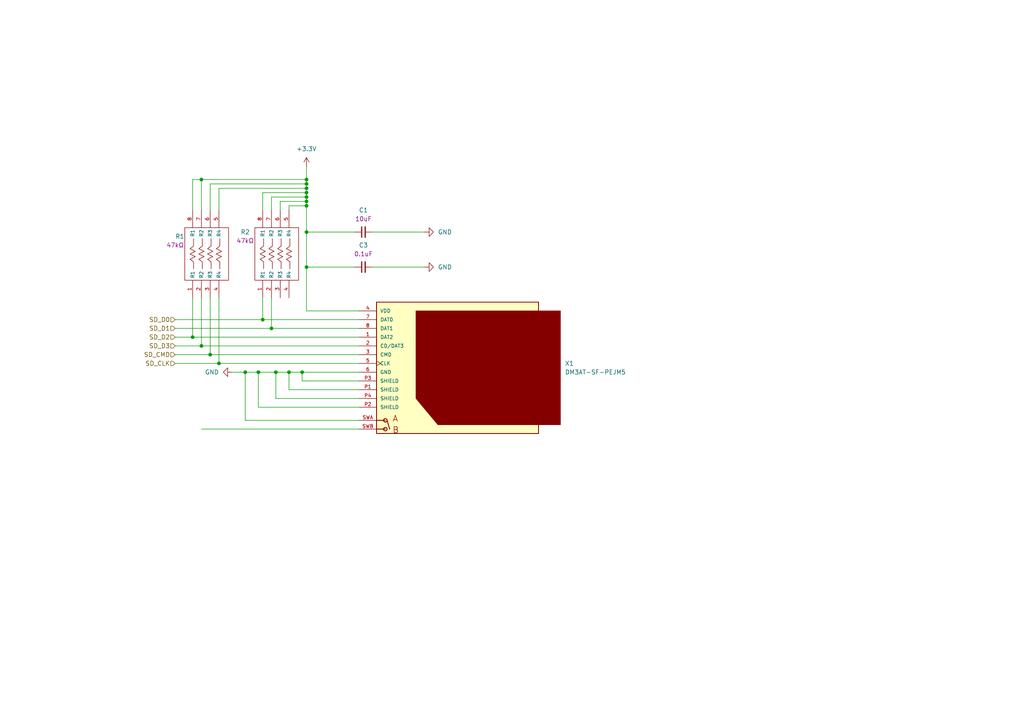
<source format=kicad_sch>
(kicad_sch (version 20230121) (generator eeschema)
  (paper "A4")
  (lib_symbols
    (symbol "downloaded_parts:CL21A106KOQNNNE" (pin_numbers hide) (pin_names (offset 0.254) hide)
      (property "Reference" "C" (at 2.794 1.778 0))
      (property "Capacitance" "10uF" (at 5.08 0 0))
      (symbol "CL21A106KOQNNNE_0_1"
        (polyline (pts (xy -1.524 -0.508) (xy 1.524 -0.508)) (stroke (width 0.3302)))
        (polyline (pts (xy -1.524 0.508) (xy 1.524 0.508)) (stroke (width 0.3048)))
      )
      (symbol "CL21A106KOQNNNE_1_1"
        (pin passive line (at 0 2.54 270) (length 2.032) (name "~") (number "1"))
        (pin passive line (at 0 -2.54 90) (length 2.032) (name "~") (number "2"))
      )
    )
    (symbol "downloaded_parts:CL21B104KBCNNNC" (pin_numbers hide) (pin_names (offset 0.254) hide)
      (property "Reference" "C" (at 2.794 1.778 0))
      (property "Capacitance" "0.1uF" (at 5.08 0 0))
      (symbol "CL21B104KBCNNNC_0_1"
        (polyline (pts (xy -1.524 -0.508) (xy 1.524 -0.508)) (stroke (width 0.3302)))
        (polyline (pts (xy -1.524 0.508) (xy 1.524 0.508)) (stroke (width 0.3048)))
      )
      (symbol "CL21B104KBCNNNC_1_1"
        (pin passive line (at 0 2.54 270) (length 2.032) (name "~") (number "1"))
        (pin passive line (at 0 -2.54 90) (length 2.032) (name "~") (number "2"))
      )
    )
    (symbol "downloaded_parts:DM3AT-SF-PEJM5" (pin_names (offset 1.016))
      (property "Reference" "X" (at -7.62 18.3148 0))
      (property "Value" "DM3AT-SF-PEJM5" (at -7.62 -22.86 0))
      (symbol "DM3AT-SF-PEJM5_0_0"
        (circle (center -5.08 -19.05) (radius 0.508) (stroke (width 0.254)))
        (circle (center -5.08 -16.51) (radius 0.508) (stroke (width 0.254)))
        (polyline (pts (xy -7.62 -19.05) (xy -5.08 -19.05)) (stroke (width 0.254)))
        (polyline (pts (xy -7.62 -16.51) (xy -5.08 -16.51)) (stroke (width 0.254)))
        (polyline (pts (xy -4.572 -16.51) (xy -3.81 -19.05)) (stroke (width 0.254)))
        (text "A" (at -3.048 -17.018 0) (effects (font (size 1.778 1.778)) (justify left bottom)))
        (text "B" (at -3.048 -20.32 0) (effects (font (size 1.778 1.778)) (justify left bottom)))
        (pin bidirectional line (at -12.7 7.62 0) (length 5.08) (name "DAT2") (number "1"))
        (pin bidirectional line (at -12.7 5.08 0) (length 5.08) (name "CD/DAT3") (number "2"))
        (pin bidirectional line (at -12.7 2.54 0) (length 5.08) (name "CMD") (number "3"))
        (pin power_in line (at -12.7 15.24 0) (length 5.08) (name "VDD") (number "4"))
        (pin bidirectional clock (at -12.7 0 0) (length 5.08) (name "CLK") (number "5"))
        (pin bidirectional line (at -12.7 12.7 0) (length 5.08) (name "DAT0") (number "7"))
        (pin bidirectional line (at -12.7 10.16 0) (length 5.08) (name "DAT1") (number "8"))
        (pin passive line (at -12.7 -7.62 0) (length 5.08) (name "SHIELD") (number "P1"))
        (pin passive line (at -12.7 -12.7 0) (length 5.08) (name "SHIELD") (number "P2"))
        (pin passive line (at -12.7 -5.08 0) (length 5.08) (name "SHIELD") (number "P3"))
        (pin passive line (at -12.7 -10.16 0) (length 5.08) (name "SHIELD") (number "P4"))
        (pin bidirectional line (at -12.7 -16.51 0) (length 5.08) (name "~") (number "SWA"))
        (pin bidirectional line (at -12.7 -19.05 0) (length 5.08) (name "~") (number "SWB"))
      )
      (symbol "DM3AT-SF-PEJM5_1_0"
        (rectangle (start -7.62 17.78) (end 39.37 -20.32) (stroke (width 0.254)) (fill (type background)))
        (pin power_in line (at -12.7 -2.54 0) (length 5.08) (name "GND") (number "6"))
      )
      (symbol "DM3AT-SF-PEJM5_1_1"
        (polyline (pts (xy 3.81 15.24) (xy 45.72 15.24) (xy 45.72 -17.78) (xy 10.16 -17.78) (xy 3.81 -10.16) (xy 3.81 15.24)) (fill (type outline)))
      )
    )
    (symbol "downloaded_parts:YC124-JR-0747KL"
      (property "Reference" "R" (at -6.35 7.366 0))
      (property "Resistance" "47kΩ" (at 0 -8.382 0))
      (symbol "YC124-JR-0747KL_0_1"
        (rectangle (start -7.62 6.096) (end 7.62 -6.604))
        (polyline (pts (xy -4.318 -4.064) (xy -2.286 -4.064) (xy -1.524 -3.048) (xy -0.762 -4.572) (xy 0 -3.048) (xy 0.762 -4.572) (xy 1.524 -3.048) (xy 2.286 -4.064) (xy 4.445 -4.064)))
        (polyline (pts (xy -4.318 -1.524) (xy -2.286 -1.524) (xy -1.524 -0.508) (xy -0.762 -2.032) (xy 0 -0.508) (xy 0.762 -2.032) (xy 1.524 -0.508) (xy 2.286 -1.524) (xy 4.445 -1.524)))
        (polyline (pts (xy -4.318 1.016) (xy -2.286 1.016) (xy -1.524 2.032) (xy -0.762 0.508) (xy 0 2.032) (xy 0.762 0.508) (xy 1.524 2.032) (xy 2.286 1.016) (xy 4.445 1.016)))
        (polyline (pts (xy -4.318 3.556) (xy -2.286 3.556) (xy -1.524 4.572) (xy -0.762 3.048) (xy 0 4.572) (xy 0.762 3.048) (xy 1.524 4.572) (xy 2.286 3.556) (xy 4.445 3.556)))
      )
      (symbol "YC124-JR-0747KL_1_0"
        (pin bidirectional line (at -12.7 3.81 0) (length 5.08) (name "R1") (number "1"))
        (pin bidirectional line (at -12.7 1.27 0) (length 5.08) (name "R2") (number "2"))
        (pin bidirectional line (at -12.7 -1.27 0) (length 5.08) (name "R3") (number "3"))
        (pin bidirectional line (at -12.7 -3.81 0) (length 5.08) (name "R4") (number "4"))
        (pin bidirectional line (at 12.7 -3.81 180) (length 5.08) (name "R4") (number "5"))
        (pin bidirectional line (at 12.7 -1.27 180) (length 5.08) (name "R3") (number "6"))
        (pin bidirectional line (at 12.7 1.27 180) (length 5.08) (name "R2") (number "7"))
        (pin bidirectional line (at 12.7 3.81 180) (length 5.08) (name "R1") (number "8"))
      )
    )
    (symbol "power:+3.3V" (power) (pin_names (offset 0))
      (property "Value" "+3.3V" (at 0 3.556 0))
      (symbol "+3.3V_0_1"
        (polyline (pts (xy -0.762 1.27) (xy 0 2.54)))
        (polyline (pts (xy 0 0) (xy 0 2.54)))
        (polyline (pts (xy 0 2.54) (xy 0.762 1.27)))
      )
      (symbol "+3.3V_1_1"
        (pin power_in line (at 0 0 90) (length 0) hide (name "+3.3V") (number "1"))
      )
    )
    (symbol "power:GND" (power) (pin_names (offset 0))
      (property "Value" "GND" (at 0 -3.81 0))
      (symbol "GND_0_1"
        (polyline (pts (xy 0 0) (xy 0 -1.27) (xy 1.27 -1.27) (xy 0 -2.54) (xy -1.27 -1.27) (xy 0 -1.27)))
      )
      (symbol "GND_1_1"
        (pin power_in line (at 0 0 270) (length 0) hide (name "GND") (number "1"))
      )
    )
  )
  (junction (at 88.9 77.47))
  (junction (at 88.9 55.88))
  (junction (at 60.96 102.87))
  (junction (at 88.9 53.34))
  (junction (at 88.9 59.69))
  (junction (at 83.82 107.95))
  (junction (at 80.01 107.95))
  (junction (at 71.12 107.95))
  (junction (at 74.93 107.95))
  (junction (at 88.9 54.61))
  (junction (at 63.5 105.41))
  (junction (at 88.9 58.42))
  (junction (at 88.9 52.07))
  (junction (at 88.9 67.31))
  (junction (at 58.42 52.07))
  (junction (at 76.2 92.71))
  (junction (at 88.9 57.15))
  (junction (at 78.74 95.25))
  (junction (at 87.63 107.95))
  (junction (at 55.88 97.79))
  (junction (at 58.42 100.33))
  (wire (pts (xy 63.5 54.61) (xy 88.9 54.61)))
  (wire (pts (xy 76.2 86.36) (xy 76.2 92.71)))
  (wire (pts (xy 78.74 57.15) (xy 88.9 57.15)))
  (wire (pts (xy 55.88 97.79) (xy 104.14 97.79)))
  (wire (pts (xy 81.28 60.96) (xy 81.28 58.42)))
  (wire (pts (xy 88.9 67.31) (xy 102.87 67.31)))
  (wire (pts (xy 107.95 77.47) (xy 123.19 77.47)))
  (wire (pts (xy 58.42 60.96) (xy 58.42 52.07)))
  (wire (pts (xy 60.96 53.34) (xy 88.9 53.34)))
  (wire (pts (xy 63.5 60.96) (xy 63.5 54.61)))
  (wire (pts (xy 88.9 54.61) (xy 88.9 53.34)))
  (wire (pts (xy 88.9 90.17) (xy 104.14 90.17)))
  (wire (pts (xy 58.42 86.36) (xy 58.42 100.33)))
  (wire (pts (xy 63.5 105.41) (xy 104.14 105.41)))
  (wire (pts (xy 83.82 59.69) (xy 88.9 59.69)))
  (wire (pts (xy 76.2 55.88) (xy 88.9 55.88)))
  (wire (pts (xy 76.2 92.71) (xy 104.14 92.71)))
  (wire (pts (xy 58.42 52.07) (xy 88.9 52.07)))
  (wire (pts (xy 88.9 59.69) (xy 88.9 58.42)))
  (wire (pts (xy 80.01 115.57) (xy 80.01 107.95)))
  (wire (pts (xy 88.9 90.17) (xy 88.9 77.47)))
  (wire (pts (xy 71.12 107.95) (xy 74.93 107.95)))
  (wire (pts (xy 50.8 97.79) (xy 55.88 97.79)))
  (wire (pts (xy 60.96 86.36) (xy 60.96 102.87)))
  (wire (pts (xy 74.93 118.11) (xy 74.93 107.95)))
  (wire (pts (xy 63.5 86.36) (xy 63.5 105.41)))
  (wire (pts (xy 50.8 100.33) (xy 58.42 100.33)))
  (wire (pts (xy 88.9 57.15) (xy 88.9 55.88)))
  (wire (pts (xy 78.74 95.25) (xy 104.14 95.25)))
  (wire (pts (xy 104.14 110.49) (xy 87.63 110.49)))
  (wire (pts (xy 55.88 52.07) (xy 58.42 52.07)))
  (wire (pts (xy 88.9 55.88) (xy 88.9 54.61)))
  (wire (pts (xy 60.96 60.96) (xy 60.96 53.34)))
  (wire (pts (xy 60.96 102.87) (xy 104.14 102.87)))
  (wire (pts (xy 83.82 113.03) (xy 83.82 107.95)))
  (wire (pts (xy 81.28 58.42) (xy 88.9 58.42)))
  (wire (pts (xy 104.14 124.46) (xy 58.42 124.46)))
  (wire (pts (xy 107.95 67.31) (xy 123.19 67.31)))
  (wire (pts (xy 76.2 60.96) (xy 76.2 55.88)))
  (wire (pts (xy 83.82 107.95) (xy 87.63 107.95)))
  (wire (pts (xy 58.42 100.33) (xy 104.14 100.33)))
  (wire (pts (xy 88.9 67.31) (xy 88.9 59.69)))
  (wire (pts (xy 74.93 118.11) (xy 104.14 118.11)))
  (wire (pts (xy 87.63 107.95) (xy 87.63 110.49)))
  (wire (pts (xy 88.9 52.07) (xy 88.9 48.26)))
  (wire (pts (xy 80.01 107.95) (xy 83.82 107.95)))
  (wire (pts (xy 88.9 58.42) (xy 88.9 57.15)))
  (wire (pts (xy 50.8 102.87) (xy 60.96 102.87)))
  (wire (pts (xy 83.82 60.96) (xy 83.82 59.69)))
  (wire (pts (xy 67.31 107.95) (xy 71.12 107.95)))
  (wire (pts (xy 87.63 107.95) (xy 104.14 107.95)))
  (wire (pts (xy 80.01 115.57) (xy 104.14 115.57)))
  (wire (pts (xy 50.8 92.71) (xy 76.2 92.71)))
  (wire (pts (xy 88.9 77.47) (xy 88.9 67.31)))
  (wire (pts (xy 83.82 113.03) (xy 104.14 113.03)))
  (wire (pts (xy 74.93 107.95) (xy 80.01 107.95)))
  (wire (pts (xy 50.8 105.41) (xy 63.5 105.41)))
  (wire (pts (xy 50.8 95.25) (xy 78.74 95.25)))
  (wire (pts (xy 88.9 77.47) (xy 102.87 77.47)))
  (wire (pts (xy 88.9 53.34) (xy 88.9 52.07)))
  (wire (pts (xy 78.74 60.96) (xy 78.74 57.15)))
  (wire (pts (xy 71.12 121.92) (xy 71.12 107.95)))
  (wire (pts (xy 78.74 86.36) (xy 78.74 95.25)))
  (wire (pts (xy 55.88 52.07) (xy 55.88 60.96)))
  (wire (pts (xy 55.88 86.36) (xy 55.88 97.79)))
  (wire (pts (xy 104.14 121.92) (xy 71.12 121.92)))
  (hierarchical_label "SD_CMD" (shape input) (at 50.8 102.87 180))
  (hierarchical_label "SD_CLK" (shape input) (at 50.8 105.41 180))
  (hierarchical_label "SD_D3" (shape input) (at 50.8 100.33 180))
  (hierarchical_label "SD_D1" (shape input) (at 50.8 95.25 180))
  (hierarchical_label "SD_D2" (shape input) (at 50.8 97.79 180))
  (hierarchical_label "SD_D0" (shape input) (at 50.8 92.71 180))
  (symbol (lib_id "downloaded_parts:YC124-JR-0747KL") (at 59.69 73.66 90) (unit 1)
    (property "Reference" "R1" (at 50.8 68.58 90) (effects (justify right)))
    (property "Value" "YC124-JR-0747KL" (effects hide))
    (property "Footprint" "dowloaded_parts:Resistor_Array_0805_x4" (effects hide))
    (property "Datasheet" "https://www.yageo.com/upload/media/product/productsearch/datasheet/rchip/PYu-YC_TC_group_51_RoHS_L_9.pdf" (effects hide))
    (property "Resistance" "47kΩ" (at 48.26 71.12 90) (effects (justify right)))
    (instances (project "esp32s3-microsd-devkit" (path "" (reference "R1") (unit 1))) (project "el-p" (path "" (reference "R4") (unit 1))))
  )
  (symbol (lib_id "downloaded_parts:YC124-JR-0747KL") (at 80.01 73.66 90) (unit 1)
    (property "Reference" "R2" (at 71.12 67.31 90))
    (property "Value" "YC124-JR-0747KL" (effects hide))
    (property "Footprint" "dowloaded_parts:Resistor_Array_0805_x4" (effects hide))
    (property "Datasheet" "https://www.yageo.com/upload/media/product/productsearch/datasheet/rchip/PYu-YC_TC_group_51_RoHS_L_9.pdf" (effects hide))
    (property "Resistance" "47kΩ" (at 71.12 69.85 90))
    (instances (project "esp32s3-microsd-devkit" (path "" (reference "R2") (unit 1))) (project "el-p" (path "" (reference "R3") (unit 1))))
  )
  (symbol (lib_id "downloaded_parts:CL21A106KOQNNNE") (at 105.41 67.31 90) (unit 1)
    (property "Reference" "C1" (at 105.4163 60.96 90))
    (property "Value" "CL21A106KOQNNNE" (effects hide))
    (property "Footprint" "dowloaded_parts:0805_cap" (effects hide))
    (property "Datasheet" "https://media.digikey.com/pdf/Data%20Sheets/Samsung%20PDFs/CL21A106KOQNNNE_Spec.pdf" (effects hide))
    (property "Capacitance" "10uF" (at 105.4163 63.5 90))
    (property "Tolerance" "20%" (effects hide))
    (property "Voltage" "16v" (effects hide))
    (instances (project "esp32s3-microsd-devkit" (path "" (reference "C1") (unit 1))) (project "el-p" (path "" (reference "C5") (unit 1))))
  )
  (symbol (lib_id "downloaded_parts:DM3AT-SF-PEJM5") (at 116.84 105.41 0) (unit 1)
    (property "Reference" "X1" (at 163.83 105.41 0) (effects (justify left)))
    (property "Value" "DM3AT-SF-PEJM5" (at 163.83 107.95 0) (effects (justify left)))
    (property "Footprint" "dowloaded_parts:DM3AT-SF-PEJM5" (effects hide))
    (property "Datasheet" "https://www.hirose.com/product/document?clcode=CL0609-0033-6-00&productname=DM3AT-SF-PEJ2M5&series=DM3&documenttype=Catalog&lang=en&documentid=D49662_en" (effects hide))
    (property "MF" "Hirose" (effects hide))
    (property "DESCRIPTION" "DM3 RA SMT microSD memory card push/push" (effects hide))
    (property "PACKAGE" "None" (effects hide))
    (property "PRICE" "None" (effects hide))
    (property "MP" "DM3AT-SF-PEJM5" (effects hide))
    (property "AVAILABILITY" "Unavailable" (effects hide))
  )
  (symbol (lib_id "power:GND") (at 67.31 107.95 270) (unit 1)
    (property "Reference" "#PWR01" (effects hide))
    (property "Value" "GND" (at 63.5 107.95 90) (effects (justify right)))
    (instances (project "esp32s3-microsd-devkit" (path "" (reference "#PWR01") (unit 1))) (project "el-p" (path "" (reference "#PWR014") (unit 1))))
  )
  (symbol (lib_id "power:+3.3V") (at 88.9 48.26 0) (unit 1)
    (property "Reference" "#PWR02" (effects hide))
    (property "Value" "+3.3V" (at 88.9 43.18 0))
    (instances (project "esp32s3-microsd-devkit" (path "" (reference "#PWR02") (unit 1))) (project "el-p" (path "" (reference "#PWR013") (unit 1))))
  )
  (symbol (lib_id "power:GND") (at 123.19 67.31 90) (unit 1)
    (property "Reference" "#PWR03" (effects hide))
    (property "Value" "GND" (at 127 67.31 90) (effects (justify right)))
    (instances (project "esp32s3-microsd-devkit" (path "" (reference "#PWR03") (unit 1))) (project "el-p" (path "" (reference "#PWR012") (unit 1))))
  )
  (symbol (lib_id "power:GND") (at 123.19 77.47 90) (unit 1)
    (property "Reference" "#PWR04" (effects hide))
    (property "Value" "GND" (at 127 77.47 90) (effects (justify right)))
    (instances (project "esp32s3-microsd-devkit" (path "" (reference "#PWR04") (unit 1))) (project "el-p" (path "" (reference "#PWR015") (unit 1))))
  )
  (symbol (lib_id "downloaded_parts:CL21B104KBCNNNC") (at 105.41 77.47 90) (unit 1)
    (property "Reference" "C3" (at 105.4163 71.12 90))
    (property "Value" "CL21B104KBCNNNC" (effects hide))
    (property "Footprint" "dowloaded_parts:0805_cap" (effects hide))
    (property "Datasheet" "https://media.digikey.com/pdf/Data%20Sheets/Samsung%20PDFs/CL21B104KBCNNN_Spec.pdf" (effects hide))
    (property "Capacitance" "0.1uF" (at 105.4163 73.66 90))
    (property "Tolerance" "10%" (effects hide))
    (property "Voltage" "50v" (effects hide))
    (instances (project "esp32s3-microsd-devkit" (path "" (reference "C3") (unit 1))) (project "el-p" (path "" (reference "C4") (unit 1))))
  )
)
</source>
